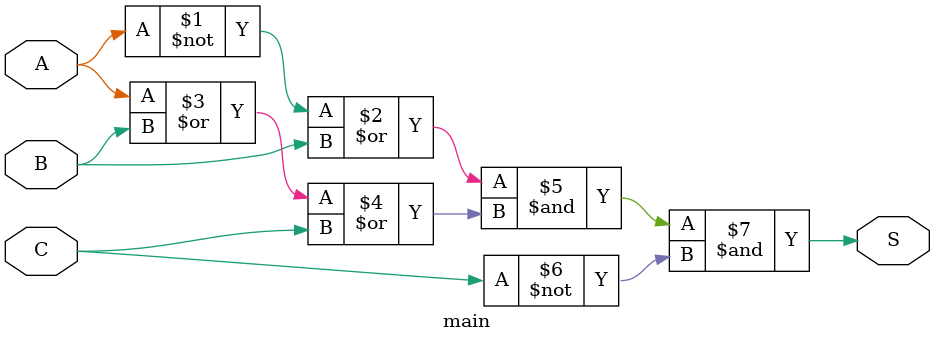
<source format=v>
`timescale 1ns / 1ps

module main(
    input A,
    input B,
    input C,
    output S
    );
    
    assign S = (~A | B) & (A | B | C) & ~C;
endmodule

</source>
